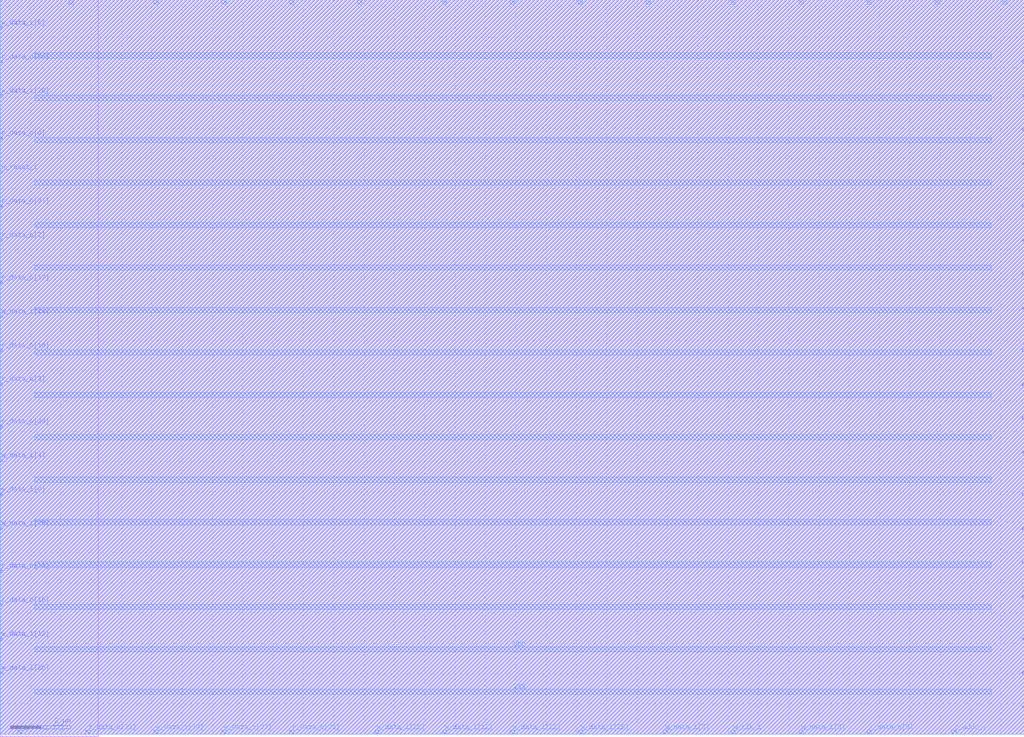
<source format=lef>
VERSION 5.8 ;
BUSBITCHARS "[]" ;
DIVIDERCHAR "/" ;
UNITS
    DATABASE MICRONS 2000 ;
END UNITS

MACRO bsg_mem_p30
  FOREIGN bsg_mem_p30 0 0 ;
  CLASS BLOCK ;
  SIZE 33.765 BY 24.235 ;
  PIN VSS
    USE GROUND ;
    DIRECTION INOUT ;
    PORT
      LAYER metal4 ;
        RECT  1.14 20.915 32.68 21.085 ;
        RECT  1.14 18.115 32.68 18.285 ;
        RECT  1.14 15.315 32.68 15.485 ;
        RECT  1.14 12.515 32.68 12.685 ;
        RECT  1.14 9.715 32.68 9.885 ;
        RECT  1.14 6.915 32.68 7.085 ;
        RECT  1.14 4.115 32.68 4.285 ;
        RECT  1.14 1.315 32.68 1.485 ;
    END
  END VSS
  PIN VDD
    USE POWER ;
    DIRECTION INOUT ;
    PORT
      LAYER metal4 ;
        RECT  1.14 22.315 32.68 22.485 ;
        RECT  1.14 19.515 32.68 19.685 ;
        RECT  1.14 16.715 32.68 16.885 ;
        RECT  1.14 13.915 32.68 14.085 ;
        RECT  1.14 11.115 32.68 11.285 ;
        RECT  1.14 8.315 32.68 8.485 ;
        RECT  1.14 5.515 32.68 5.685 ;
        RECT  1.14 2.715 32.68 2.885 ;
    END
  END VDD
  PIN r_addr_i
    DIRECTION INPUT ;
    USE SIGNAL ;
    PORT
      LAYER metal4 ;
        RECT  31.385 0 31.525 0.14 ;
    END
  END r_addr_i
  PIN r_data_o[0]
    DIRECTION OUTPUT ;
    USE SIGNAL ;
    PORT
      LAYER metal3 ;
        RECT  0 19.635 0.07 19.705 ;
    END
  END r_data_o[0]
  PIN r_data_o[10]
    DIRECTION OUTPUT ;
    USE SIGNAL ;
    PORT
      LAYER metal4 ;
        RECT  9.545 24.095 9.685 24.235 ;
    END
  END r_data_o[10]
  PIN r_data_o[11]
    DIRECTION OUTPUT ;
    USE SIGNAL ;
    PORT
      LAYER metal3 ;
        RECT  33.695 6.755 33.765 6.825 ;
    END
  END r_data_o[11]
  PIN r_data_o[12]
    DIRECTION OUTPUT ;
    USE SIGNAL ;
    PORT
      LAYER metal3 ;
        RECT  33.695 15.155 33.765 15.225 ;
    END
  END r_data_o[12]
  PIN r_data_o[13]
    DIRECTION OUTPUT ;
    USE SIGNAL ;
    PORT
      LAYER metal3 ;
        RECT  33.695 11.515 33.765 11.585 ;
    END
  END r_data_o[13]
  PIN r_data_o[14]
    DIRECTION OUTPUT ;
    USE SIGNAL ;
    PORT
      LAYER metal3 ;
        RECT  0 5.355 0.07 5.425 ;
    END
  END r_data_o[14]
  PIN r_data_o[15]
    DIRECTION OUTPUT ;
    USE SIGNAL ;
    PORT
      LAYER metal3 ;
        RECT  33.695 17.395 33.765 17.465 ;
    END
  END r_data_o[15]
  PIN r_data_o[16]
    DIRECTION OUTPUT ;
    USE SIGNAL ;
    PORT
      LAYER metal3 ;
        RECT  0 12.635 0.07 12.705 ;
    END
  END r_data_o[16]
  PIN r_data_o[17]
    DIRECTION OUTPUT ;
    USE SIGNAL ;
    PORT
      LAYER metal3 ;
        RECT  0 14.875 0.07 14.945 ;
    END
  END r_data_o[17]
  PIN r_data_o[18]
    DIRECTION OUTPUT ;
    USE SIGNAL ;
    PORT
      LAYER metal3 ;
        RECT  0 4.235 0.07 4.305 ;
    END
  END r_data_o[18]
  PIN r_data_o[19]
    DIRECTION OUTPUT ;
    USE SIGNAL ;
    PORT
      LAYER metal4 ;
        RECT  14.585 24.095 14.725 24.235 ;
    END
  END r_data_o[19]
  PIN r_data_o[1]
    DIRECTION OUTPUT ;
    USE SIGNAL ;
    PORT
      LAYER metal3 ;
        RECT  33.695 5.635 33.765 5.705 ;
    END
  END r_data_o[1]
  PIN r_data_o[20]
    DIRECTION OUTPUT ;
    USE SIGNAL ;
    PORT
      LAYER metal4 ;
        RECT  7.305 24.095 7.445 24.235 ;
    END
  END r_data_o[20]
  PIN r_data_o[21]
    DIRECTION OUTPUT ;
    USE SIGNAL ;
    PORT
      LAYER metal3 ;
        RECT  0 17.395 0.07 17.465 ;
    END
  END r_data_o[21]
  PIN r_data_o[22]
    DIRECTION OUTPUT ;
    USE SIGNAL ;
    PORT
      LAYER metal3 ;
        RECT  33.695 18.795 33.765 18.865 ;
    END
  END r_data_o[22]
  PIN r_data_o[23]
    DIRECTION OUTPUT ;
    USE SIGNAL ;
    PORT
      LAYER metal3 ;
        RECT  33.695 10.395 33.765 10.465 ;
    END
  END r_data_o[23]
  PIN r_data_o[24]
    DIRECTION OUTPUT ;
    USE SIGNAL ;
    PORT
      LAYER metal3 ;
        RECT  33.695 16.275 33.765 16.345 ;
    END
  END r_data_o[24]
  PIN r_data_o[25]
    DIRECTION OUTPUT ;
    USE SIGNAL ;
    PORT
      LAYER metal4 ;
        RECT  9.545 0 9.685 0.14 ;
    END
  END r_data_o[25]
  PIN r_data_o[26]
    DIRECTION OUTPUT ;
    USE SIGNAL ;
    PORT
      LAYER metal3 ;
        RECT  0 22.155 0.07 22.225 ;
    END
  END r_data_o[26]
  PIN r_data_o[27]
    DIRECTION OUTPUT ;
    USE SIGNAL ;
    PORT
      LAYER metal3 ;
        RECT  33.695 22.155 33.765 22.225 ;
    END
  END r_data_o[27]
  PIN r_data_o[28]
    DIRECTION OUTPUT ;
    USE SIGNAL ;
    PORT
      LAYER metal3 ;
        RECT  0 10.115 0.07 10.185 ;
    END
  END r_data_o[28]
  PIN r_data_o[29]
    DIRECTION OUTPUT ;
    USE SIGNAL ;
    PORT
      LAYER metal4 ;
        RECT  2.825 0 2.965 0.14 ;
    END
  END r_data_o[29]
  PIN r_data_o[2]
    DIRECTION OUTPUT ;
    USE SIGNAL ;
    PORT
      LAYER metal3 ;
        RECT  0 16.275 0.07 16.345 ;
    END
  END r_data_o[2]
  PIN r_data_o[3]
    DIRECTION OUTPUT ;
    USE SIGNAL ;
    PORT
      LAYER metal3 ;
        RECT  0 11.515 0.07 11.585 ;
    END
  END r_data_o[3]
  PIN r_data_o[4]
    DIRECTION OUTPUT ;
    USE SIGNAL ;
    PORT
      LAYER metal3 ;
        RECT  33.695 1.995 33.765 2.065 ;
    END
  END r_data_o[4]
  PIN r_data_o[5]
    DIRECTION OUTPUT ;
    USE SIGNAL ;
    PORT
      LAYER metal3 ;
        RECT  33.695 0.875 33.765 0.945 ;
    END
  END r_data_o[5]
  PIN r_data_o[6]
    DIRECTION OUTPUT ;
    USE SIGNAL ;
    PORT
      LAYER metal4 ;
        RECT  19.065 24.095 19.205 24.235 ;
    END
  END r_data_o[6]
  PIN r_data_o[7]
    DIRECTION OUTPUT ;
    USE SIGNAL ;
    PORT
      LAYER metal4 ;
        RECT  2.265 24.095 2.405 24.235 ;
    END
  END r_data_o[7]
  PIN r_data_o[8]
    DIRECTION OUTPUT ;
    USE SIGNAL ;
    PORT
      LAYER metal4 ;
        RECT  28.585 0 28.725 0.14 ;
    END
  END r_data_o[8]
  PIN r_data_o[9]
    DIRECTION OUTPUT ;
    USE SIGNAL ;
    PORT
      LAYER metal4 ;
        RECT  16.825 24.095 16.965 24.235 ;
    END
  END r_data_o[9]
  PIN r_v_i
    DIRECTION INPUT ;
    USE SIGNAL ;
    PORT
      LAYER metal3 ;
        RECT  33.695 3.115 33.765 3.185 ;
    END
  END r_v_i
  PIN w_addr_i
    DIRECTION INPUT ;
    USE SIGNAL ;
    PORT
      LAYER metal3 ;
        RECT  33.695 7.875 33.765 7.945 ;
    END
  END w_addr_i
  PIN w_clk_i
    DIRECTION INPUT ;
    USE SIGNAL ;
    PORT
      LAYER metal4 ;
        RECT  24.105 0 24.245 0.14 ;
    END
  END w_clk_i
  PIN w_data_i[0]
    DIRECTION INPUT ;
    USE SIGNAL ;
    PORT
      LAYER metal3 ;
        RECT  33.695 9.275 33.765 9.345 ;
    END
  END w_data_i[0]
  PIN w_data_i[10]
    DIRECTION INPUT ;
    USE SIGNAL ;
    PORT
      LAYER metal4 ;
        RECT  24.105 24.095 24.245 24.235 ;
    END
  END w_data_i[10]
  PIN w_data_i[11]
    DIRECTION INPUT ;
    USE SIGNAL ;
    PORT
      LAYER metal4 ;
        RECT  26.345 24.095 26.485 24.235 ;
    END
  END w_data_i[11]
  PIN w_data_i[12]
    DIRECTION INPUT ;
    USE SIGNAL ;
    PORT
      LAYER metal4 ;
        RECT  14.585 0 14.725 0.14 ;
    END
  END w_data_i[12]
  PIN w_data_i[13]
    DIRECTION INPUT ;
    USE SIGNAL ;
    PORT
      LAYER metal3 ;
        RECT  0 3.115 0.07 3.185 ;
    END
  END w_data_i[13]
  PIN w_data_i[14]
    DIRECTION INPUT ;
    USE SIGNAL ;
    PORT
      LAYER metal3 ;
        RECT  0 13.755 0.07 13.825 ;
    END
  END w_data_i[14]
  PIN w_data_i[15]
    DIRECTION INPUT ;
    USE SIGNAL ;
    PORT
      LAYER metal4 ;
        RECT  21.305 24.095 21.445 24.235 ;
    END
  END w_data_i[15]
  PIN w_data_i[16]
    DIRECTION INPUT ;
    USE SIGNAL ;
    PORT
      LAYER metal4 ;
        RECT  30.825 24.095 30.965 24.235 ;
    END
  END w_data_i[16]
  PIN w_data_i[17]
    DIRECTION INPUT ;
    USE SIGNAL ;
    PORT
      LAYER metal3 ;
        RECT  33.695 21.035 33.765 21.105 ;
    END
  END w_data_i[17]
  PIN w_data_i[18]
    DIRECTION INPUT ;
    USE SIGNAL ;
    PORT
      LAYER metal4 ;
        RECT  11.785 24.095 11.925 24.235 ;
    END
  END w_data_i[18]
  PIN w_data_i[19]
    DIRECTION INPUT ;
    USE SIGNAL ;
    PORT
      LAYER metal4 ;
        RECT  5.065 0 5.205 0.14 ;
    END
  END w_data_i[19]
  PIN w_data_i[1]
    DIRECTION INPUT ;
    USE SIGNAL ;
    PORT
      LAYER metal4 ;
        RECT  0.585 0 0.725 0.14 ;
    END
  END w_data_i[1]
  PIN w_data_i[20]
    DIRECTION INPUT ;
    USE SIGNAL ;
    PORT
      LAYER metal3 ;
        RECT  0 21.035 0.07 21.105 ;
    END
  END w_data_i[20]
  PIN w_data_i[21]
    DIRECTION INPUT ;
    USE SIGNAL ;
    PORT
      LAYER metal4 ;
        RECT  33.065 24.095 33.205 24.235 ;
    END
  END w_data_i[21]
  PIN w_data_i[22]
    DIRECTION INPUT ;
    USE SIGNAL ;
    PORT
      LAYER metal4 ;
        RECT  16.825 0 16.965 0.14 ;
    END
  END w_data_i[22]
  PIN w_data_i[23]
    DIRECTION INPUT ;
    USE SIGNAL ;
    PORT
      LAYER metal3 ;
        RECT  33.695 19.915 33.765 19.985 ;
    END
  END w_data_i[23]
  PIN w_data_i[24]
    DIRECTION INPUT ;
    USE SIGNAL ;
    PORT
      LAYER metal3 ;
        RECT  33.695 4.515 33.765 4.585 ;
    END
  END w_data_i[24]
  PIN w_data_i[25]
    DIRECTION INPUT ;
    USE SIGNAL ;
    PORT
      LAYER metal3 ;
        RECT  0 6.755 0.07 6.825 ;
    END
  END w_data_i[25]
  PIN w_data_i[26]
    DIRECTION INPUT ;
    USE SIGNAL ;
    PORT
      LAYER metal3 ;
        RECT  0 1.995 0.07 2.065 ;
    END
  END w_data_i[26]
  PIN w_data_i[27]
    DIRECTION INPUT ;
    USE SIGNAL ;
    PORT
      LAYER metal4 ;
        RECT  7.305 0 7.445 0.14 ;
    END
  END w_data_i[27]
  PIN w_data_i[28]
    DIRECTION INPUT ;
    USE SIGNAL ;
    PORT
      LAYER metal4 ;
        RECT  12.345 0 12.485 0.14 ;
    END
  END w_data_i[28]
  PIN w_data_i[29]
    DIRECTION INPUT ;
    USE SIGNAL ;
    PORT
      LAYER metal4 ;
        RECT  19.065 0 19.205 0.14 ;
    END
  END w_data_i[29]
  PIN w_data_i[2]
    DIRECTION INPUT ;
    USE SIGNAL ;
    PORT
      LAYER metal3 ;
        RECT  33.695 14.035 33.765 14.105 ;
    END
  END w_data_i[2]
  PIN w_data_i[3]
    DIRECTION INPUT ;
    USE SIGNAL ;
    PORT
      LAYER metal4 ;
        RECT  21.865 0 22.005 0.14 ;
    END
  END w_data_i[3]
  PIN w_data_i[4]
    DIRECTION INPUT ;
    USE SIGNAL ;
    PORT
      LAYER metal3 ;
        RECT  0 8.995 0.07 9.065 ;
    END
  END w_data_i[4]
  PIN w_data_i[5]
    DIRECTION INPUT ;
    USE SIGNAL ;
    PORT
      LAYER metal4 ;
        RECT  28.585 24.095 28.725 24.235 ;
    END
  END w_data_i[5]
  PIN w_data_i[6]
    DIRECTION INPUT ;
    USE SIGNAL ;
    PORT
      LAYER metal3 ;
        RECT  0 23.275 0.07 23.345 ;
    END
  END w_data_i[6]
  PIN w_data_i[7]
    DIRECTION INPUT ;
    USE SIGNAL ;
    PORT
      LAYER metal4 ;
        RECT  5.065 24.095 5.205 24.235 ;
    END
  END w_data_i[7]
  PIN w_data_i[8]
    DIRECTION INPUT ;
    USE SIGNAL ;
    PORT
      LAYER metal4 ;
        RECT  26.345 0 26.485 0.14 ;
    END
  END w_data_i[8]
  PIN w_data_i[9]
    DIRECTION INPUT ;
    USE SIGNAL ;
    PORT
      LAYER metal3 ;
        RECT  0 7.875 0.07 7.945 ;
    END
  END w_data_i[9]
  PIN w_reset_i
    DIRECTION INPUT ;
    USE SIGNAL ;
    PORT
      LAYER metal3 ;
        RECT  0 18.515 0.07 18.585 ;
    END
  END w_reset_i
  PIN w_v_i
    DIRECTION INPUT ;
    USE SIGNAL ;
    PORT
      LAYER metal3 ;
        RECT  33.695 12.635 33.765 12.705 ;
    END
  END w_v_i
  OBS
    LAYER metal1 ;
     RECT  0 -0.085 3.23 24.235 ;
     RECT  3.23 0 33.765 24.235 ;
    LAYER metal2 ;
     RECT  0 0 33.765 24.235 ;
    LAYER metal3 ;
     RECT  0 0 33.765 24.235 ;
    LAYER metal4 ;
     RECT  0 0 33.765 24.235 ;
  END
END bsg_mem_p30
END LIBRARY

</source>
